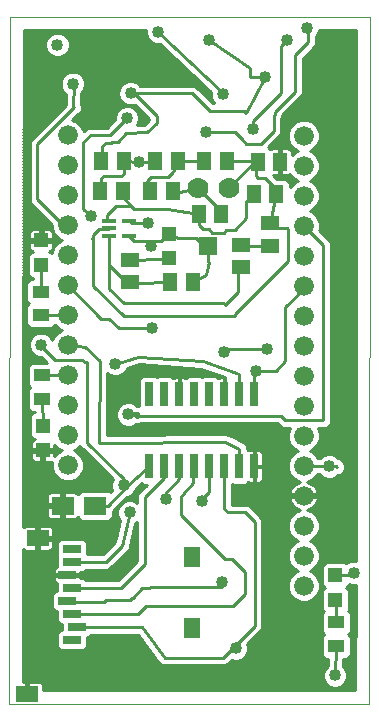
<source format=gtl>
G75*
%MOIN*%
%OFA0B0*%
%FSLAX25Y25*%
%IPPOS*%
%LPD*%
%AMOC8*
5,1,8,0,0,1.08239X$1,22.5*
%
%ADD10C,0.00000*%
%ADD11R,0.04724X0.04724*%
%ADD12R,0.05118X0.05906*%
%ADD13R,0.05906X0.05118*%
%ADD14R,0.07677X0.05906*%
%ADD15R,0.02600X0.08000*%
%ADD16C,0.06600*%
%ADD17C,0.07000*%
%ADD18R,0.05512X0.04331*%
%ADD19R,0.04528X0.01378*%
%ADD20R,0.05906X0.06299*%
%ADD21R,0.07480X0.05512*%
%ADD22R,0.05512X0.07087*%
%ADD23R,0.05906X0.02756*%
%ADD24C,0.00984*%
%ADD25C,0.04000*%
%ADD26C,0.01600*%
D10*
X0019534Y0001886D02*
X0019928Y0230823D01*
X0139849Y0230823D01*
X0139455Y0001886D01*
X0019534Y0001886D01*
D11*
X0030833Y0086335D03*
X0030833Y0094602D03*
X0030203Y0148146D03*
X0030203Y0156413D03*
X0072999Y0158343D03*
X0072999Y0150469D03*
X0128274Y0044720D03*
X0128274Y0036453D03*
D12*
X0080715Y0142634D03*
X0073235Y0142634D03*
X0082723Y0165232D03*
X0090203Y0165232D03*
X0092054Y0182791D03*
X0084573Y0182791D03*
X0075833Y0182949D03*
X0074062Y0172713D03*
X0068353Y0182949D03*
X0066581Y0172713D03*
X0057447Y0172949D03*
X0057723Y0182949D03*
X0050243Y0182949D03*
X0049967Y0172949D03*
X0101109Y0171768D03*
X0102369Y0182594D03*
X0108589Y0171768D03*
X0109849Y0182594D03*
D13*
X0106621Y0162122D03*
X0106621Y0154642D03*
X0096896Y0154957D03*
X0096896Y0147476D03*
X0059770Y0149917D03*
X0059770Y0142437D03*
D14*
X0048255Y0067909D03*
X0037428Y0067909D03*
D15*
X0066325Y0081046D03*
X0071325Y0081046D03*
X0076325Y0081046D03*
X0081325Y0081046D03*
X0086325Y0081046D03*
X0091325Y0081046D03*
X0096325Y0081046D03*
X0101325Y0081046D03*
X0101325Y0105246D03*
X0096325Y0105246D03*
X0091325Y0105246D03*
X0086325Y0105246D03*
X0081325Y0105246D03*
X0076325Y0105246D03*
X0071325Y0105246D03*
X0066325Y0105246D03*
D16*
X0039101Y0101374D03*
X0039101Y0111374D03*
X0039101Y0121374D03*
X0039101Y0131374D03*
X0039101Y0141374D03*
X0039101Y0151374D03*
X0039101Y0161374D03*
X0039101Y0171374D03*
X0039101Y0181374D03*
X0039101Y0191374D03*
X0039101Y0091374D03*
X0039101Y0081374D03*
X0117762Y0081217D03*
X0117762Y0091217D03*
X0117762Y0101217D03*
X0117762Y0111217D03*
X0117762Y0121217D03*
X0117762Y0131217D03*
X0117762Y0141217D03*
X0117762Y0151217D03*
X0117762Y0161217D03*
X0117762Y0171217D03*
X0117762Y0181217D03*
X0117762Y0191217D03*
X0117762Y0071217D03*
X0117762Y0061217D03*
X0117762Y0051217D03*
X0117762Y0041217D03*
D17*
X0092723Y0173972D03*
X0082487Y0173972D03*
D18*
X0030164Y0139287D03*
X0030164Y0131413D03*
X0030558Y0111335D03*
X0030558Y0103461D03*
X0128550Y0029012D03*
X0128550Y0021138D03*
D19*
X0059534Y0157831D03*
X0059534Y0162949D03*
X0052841Y0162949D03*
X0052841Y0160390D03*
X0052841Y0157831D03*
D20*
X0085794Y0154406D03*
D21*
X0029062Y0057043D03*
X0025518Y0005075D03*
D22*
X0080636Y0027122D03*
X0080636Y0050744D03*
D23*
X0042054Y0027516D03*
X0040479Y0031846D03*
X0038904Y0036177D03*
X0040479Y0040508D03*
X0038904Y0044839D03*
X0040479Y0049169D03*
X0040479Y0053500D03*
X0040479Y0023185D03*
D24*
X0042054Y0027516D02*
X0064022Y0027476D01*
X0064810Y0026295D01*
X0071503Y0017240D01*
X0090794Y0017240D01*
X0094731Y0021177D01*
X0095125Y0021177D01*
X0095125Y0020390D01*
X0094731Y0021177D02*
X0101424Y0027870D01*
X0101424Y0062516D01*
X0098274Y0065665D01*
X0092369Y0065665D01*
X0091325Y0066709D01*
X0091325Y0081046D01*
X0093884Y0075264D02*
X0094169Y0074979D01*
X0098482Y0074979D01*
X0099265Y0075762D01*
X0099449Y0075655D01*
X0099829Y0075554D01*
X0101168Y0075554D01*
X0101168Y0080888D01*
X0101483Y0080888D01*
X0101483Y0075554D01*
X0102822Y0075554D01*
X0103201Y0075655D01*
X0103542Y0075852D01*
X0103819Y0076129D01*
X0104016Y0076470D01*
X0104118Y0076849D01*
X0104118Y0080888D01*
X0101483Y0080888D01*
X0101483Y0081204D01*
X0101168Y0081204D01*
X0101168Y0086538D01*
X0099829Y0086538D01*
X0099449Y0086436D01*
X0099265Y0086329D01*
X0098865Y0086729D01*
X0098865Y0086834D01*
X0098894Y0087252D01*
X0098865Y0087340D01*
X0098865Y0087434D01*
X0098705Y0087821D01*
X0098573Y0088217D01*
X0098511Y0088288D01*
X0098475Y0088375D01*
X0098179Y0088670D01*
X0097905Y0088986D01*
X0097822Y0089028D01*
X0097755Y0089095D01*
X0097369Y0089255D01*
X0093086Y0091396D01*
X0093011Y0091470D01*
X0092634Y0091622D01*
X0092270Y0091804D01*
X0092165Y0091811D01*
X0092066Y0091851D01*
X0091660Y0091847D01*
X0091255Y0091876D01*
X0091154Y0091843D01*
X0052052Y0091477D01*
X0052352Y0112136D01*
X0052663Y0111824D01*
X0054158Y0111205D01*
X0055776Y0111205D01*
X0057271Y0111824D01*
X0058415Y0112968D01*
X0058753Y0113783D01*
X0062751Y0115046D01*
X0083571Y0113532D01*
X0091483Y0110724D01*
X0091483Y0105404D01*
X0091168Y0105404D01*
X0091168Y0110738D01*
X0089829Y0110738D01*
X0089449Y0110636D01*
X0089265Y0110529D01*
X0088482Y0111313D01*
X0084169Y0111313D01*
X0083825Y0110969D01*
X0083482Y0111313D01*
X0079169Y0111313D01*
X0078386Y0110529D01*
X0078201Y0110636D01*
X0077822Y0110738D01*
X0076483Y0110738D01*
X0076483Y0105404D01*
X0076168Y0105404D01*
X0076168Y0110738D01*
X0074829Y0110738D01*
X0074449Y0110636D01*
X0074265Y0110529D01*
X0073482Y0111313D01*
X0069169Y0111313D01*
X0068825Y0110969D01*
X0068482Y0111313D01*
X0064169Y0111313D01*
X0062959Y0110102D01*
X0062959Y0101071D01*
X0062624Y0101209D01*
X0062182Y0101209D01*
X0061602Y0101790D01*
X0060107Y0102409D01*
X0058489Y0102409D01*
X0056994Y0101790D01*
X0055850Y0100646D01*
X0055231Y0099151D01*
X0055231Y0097534D01*
X0055850Y0096039D01*
X0056994Y0094895D01*
X0058489Y0094276D01*
X0060107Y0094276D01*
X0061602Y0094895D01*
X0061789Y0095082D01*
X0062624Y0095082D01*
X0063367Y0095390D01*
X0109025Y0095390D01*
X0109491Y0094924D01*
X0110210Y0094205D01*
X0111151Y0093815D01*
X0113030Y0093815D01*
X0112396Y0092284D01*
X0112396Y0090149D01*
X0113213Y0088176D01*
X0114722Y0086667D01*
X0115809Y0086217D01*
X0114722Y0085766D01*
X0113213Y0084257D01*
X0112396Y0082284D01*
X0112396Y0080149D01*
X0113213Y0078176D01*
X0114722Y0076667D01*
X0116615Y0075883D01*
X0115923Y0075658D01*
X0115251Y0075315D01*
X0114641Y0074872D01*
X0114107Y0074338D01*
X0113664Y0073728D01*
X0113321Y0073056D01*
X0113088Y0072339D01*
X0112989Y0071709D01*
X0117270Y0071709D01*
X0117270Y0070724D01*
X0112989Y0070724D01*
X0113088Y0070094D01*
X0113321Y0069377D01*
X0113664Y0068705D01*
X0114107Y0068095D01*
X0114641Y0067561D01*
X0115251Y0067118D01*
X0115923Y0066775D01*
X0116615Y0066551D01*
X0114722Y0065766D01*
X0113213Y0064257D01*
X0112396Y0062284D01*
X0112396Y0060149D01*
X0113213Y0058176D01*
X0114722Y0056667D01*
X0115809Y0056217D01*
X0114722Y0055766D01*
X0113213Y0054257D01*
X0112396Y0052284D01*
X0112396Y0050149D01*
X0113213Y0048176D01*
X0114722Y0046667D01*
X0115809Y0046217D01*
X0114722Y0045766D01*
X0113213Y0044257D01*
X0112396Y0042284D01*
X0112396Y0040149D01*
X0113213Y0038176D01*
X0114722Y0036667D01*
X0116695Y0035850D01*
X0118830Y0035850D01*
X0120803Y0036667D01*
X0122312Y0038176D01*
X0123129Y0040149D01*
X0123129Y0042284D01*
X0122312Y0044257D01*
X0120803Y0045766D01*
X0119716Y0046217D01*
X0120803Y0046667D01*
X0122312Y0048176D01*
X0123129Y0050149D01*
X0123129Y0052284D01*
X0122312Y0054257D01*
X0120803Y0055766D01*
X0119716Y0056217D01*
X0120803Y0056667D01*
X0122312Y0058176D01*
X0123129Y0060149D01*
X0123129Y0062284D01*
X0122312Y0064257D01*
X0120803Y0065766D01*
X0118909Y0066551D01*
X0119602Y0066775D01*
X0120274Y0067118D01*
X0120884Y0067561D01*
X0121418Y0068095D01*
X0121861Y0068705D01*
X0122203Y0069377D01*
X0122437Y0070094D01*
X0122536Y0070724D01*
X0118255Y0070724D01*
X0118255Y0071709D01*
X0122536Y0071709D01*
X0122437Y0072339D01*
X0122203Y0073056D01*
X0121861Y0073728D01*
X0121418Y0074338D01*
X0120884Y0074872D01*
X0120274Y0075315D01*
X0119602Y0075658D01*
X0118910Y0075883D01*
X0120803Y0076667D01*
X0122312Y0078176D01*
X0122512Y0078657D01*
X0122838Y0078657D01*
X0123923Y0077572D01*
X0125418Y0076953D01*
X0127036Y0076953D01*
X0128531Y0077572D01*
X0129223Y0078264D01*
X0129492Y0078264D01*
X0130432Y0078653D01*
X0131152Y0079373D01*
X0131542Y0080314D01*
X0131542Y0081332D01*
X0131152Y0082272D01*
X0130039Y0083386D01*
X0129311Y0083688D01*
X0128531Y0084467D01*
X0127036Y0085087D01*
X0125418Y0085087D01*
X0123923Y0084467D01*
X0123231Y0083776D01*
X0122512Y0083776D01*
X0122312Y0084257D01*
X0120803Y0085766D01*
X0119716Y0086217D01*
X0120803Y0086667D01*
X0122312Y0088176D01*
X0123129Y0090149D01*
X0123129Y0092284D01*
X0122495Y0093815D01*
X0124768Y0093815D01*
X0125708Y0094205D01*
X0126428Y0094924D01*
X0126818Y0095865D01*
X0126818Y0155230D01*
X0126428Y0156170D01*
X0122930Y0159668D01*
X0123129Y0160149D01*
X0123129Y0162284D01*
X0122312Y0164257D01*
X0120803Y0165766D01*
X0119716Y0166217D01*
X0120803Y0166667D01*
X0122312Y0168176D01*
X0123129Y0170149D01*
X0123129Y0172284D01*
X0122312Y0174257D01*
X0120803Y0175766D01*
X0119716Y0176217D01*
X0120803Y0176667D01*
X0122312Y0178176D01*
X0123129Y0180149D01*
X0123129Y0182284D01*
X0122312Y0184257D01*
X0120803Y0185766D01*
X0119716Y0186217D01*
X0120803Y0186667D01*
X0122312Y0188176D01*
X0123129Y0190149D01*
X0123129Y0192284D01*
X0122312Y0194257D01*
X0120803Y0195766D01*
X0118830Y0196583D01*
X0116695Y0196583D01*
X0114722Y0195766D01*
X0113213Y0194257D01*
X0112396Y0192284D01*
X0112396Y0190149D01*
X0113213Y0188176D01*
X0114722Y0186667D01*
X0115809Y0186217D01*
X0114722Y0185766D01*
X0113900Y0184944D01*
X0113900Y0185744D01*
X0113799Y0186123D01*
X0113602Y0186463D01*
X0113324Y0186741D01*
X0112984Y0186938D01*
X0112605Y0187039D01*
X0110341Y0187039D01*
X0110341Y0183087D01*
X0109357Y0183087D01*
X0109357Y0187039D01*
X0107094Y0187039D01*
X0106714Y0186938D01*
X0106553Y0186845D01*
X0105955Y0187443D01*
X0109173Y0190661D01*
X0109893Y0191381D01*
X0110282Y0192322D01*
X0110282Y0196889D01*
X0110286Y0196893D01*
X0110676Y0197833D01*
X0110676Y0198070D01*
X0116979Y0204373D01*
X0117369Y0205314D01*
X0117369Y0216968D01*
X0121310Y0220909D01*
X0121699Y0221849D01*
X0121699Y0224284D01*
X0122194Y0224779D01*
X0122814Y0226274D01*
X0122814Y0226331D01*
X0135349Y0226331D01*
X0135045Y0049654D01*
X0133686Y0049654D01*
X0132191Y0049034D01*
X0131899Y0048743D01*
X0131493Y0049150D01*
X0125056Y0049150D01*
X0123845Y0047939D01*
X0123845Y0041502D01*
X0124761Y0040587D01*
X0123845Y0039671D01*
X0123845Y0033234D01*
X0124387Y0032693D01*
X0123727Y0032033D01*
X0123727Y0025990D01*
X0124643Y0025075D01*
X0123727Y0024159D01*
X0123727Y0018116D01*
X0124938Y0016906D01*
X0125836Y0016906D01*
X0125754Y0014645D01*
X0124748Y0013638D01*
X0124129Y0012144D01*
X0124129Y0010526D01*
X0124748Y0009031D01*
X0125892Y0007887D01*
X0127387Y0007268D01*
X0129004Y0007268D01*
X0130499Y0007887D01*
X0131643Y0009031D01*
X0132262Y0010526D01*
X0132262Y0012144D01*
X0131643Y0013638D01*
X0130868Y0014414D01*
X0130958Y0016906D01*
X0132162Y0016906D01*
X0133373Y0018116D01*
X0133373Y0024159D01*
X0132457Y0025075D01*
X0133373Y0025990D01*
X0133373Y0032033D01*
X0132437Y0032969D01*
X0132703Y0033234D01*
X0132703Y0039671D01*
X0131788Y0040587D01*
X0132703Y0041502D01*
X0132703Y0041927D01*
X0133686Y0041520D01*
X0135031Y0041520D01*
X0134971Y0006378D01*
X0030751Y0006378D01*
X0030751Y0008027D01*
X0030649Y0008407D01*
X0030452Y0008747D01*
X0030175Y0009025D01*
X0029834Y0009221D01*
X0029455Y0009323D01*
X0026010Y0009323D01*
X0026010Y0006378D01*
X0025026Y0006378D01*
X0025026Y0009323D01*
X0024039Y0009323D01*
X0024115Y0053393D01*
X0024127Y0053371D01*
X0024405Y0053093D01*
X0024746Y0052897D01*
X0025125Y0052795D01*
X0028570Y0052795D01*
X0028570Y0056551D01*
X0029554Y0056551D01*
X0029554Y0057535D01*
X0034294Y0057535D01*
X0034294Y0059996D01*
X0034192Y0060375D01*
X0033996Y0060715D01*
X0033718Y0060993D01*
X0033378Y0061190D01*
X0032998Y0061291D01*
X0029554Y0061291D01*
X0029554Y0057535D01*
X0028570Y0057535D01*
X0028570Y0061291D01*
X0025125Y0061291D01*
X0024746Y0061190D01*
X0024405Y0060993D01*
X0024127Y0060715D01*
X0024412Y0226331D01*
X0065073Y0226331D01*
X0065073Y0225093D01*
X0065693Y0223598D01*
X0066837Y0222454D01*
X0068331Y0221835D01*
X0069717Y0221835D01*
X0086727Y0205752D01*
X0086727Y0204226D01*
X0087346Y0202732D01*
X0087995Y0202083D01*
X0087523Y0202083D01*
X0082007Y0207599D01*
X0081067Y0207988D01*
X0063278Y0207988D01*
X0062389Y0208877D01*
X0060894Y0209496D01*
X0059276Y0209496D01*
X0057782Y0208877D01*
X0056637Y0207733D01*
X0056018Y0206238D01*
X0056018Y0204620D01*
X0056637Y0203125D01*
X0057782Y0201981D01*
X0059276Y0201362D01*
X0060894Y0201362D01*
X0061474Y0201602D01*
X0066188Y0196889D01*
X0066188Y0196647D01*
X0064479Y0194938D01*
X0062312Y0194817D01*
X0062352Y0194858D01*
X0062971Y0196352D01*
X0062971Y0197970D01*
X0062352Y0199465D01*
X0061208Y0200609D01*
X0059713Y0201228D01*
X0058095Y0201228D01*
X0056600Y0200609D01*
X0055456Y0199465D01*
X0054837Y0197970D01*
X0054837Y0196714D01*
X0052057Y0193933D01*
X0046190Y0193933D01*
X0045250Y0193543D01*
X0044374Y0192668D01*
X0043651Y0194414D01*
X0042141Y0195924D01*
X0040645Y0196543D01*
X0042637Y0198535D01*
X0043357Y0199255D01*
X0043747Y0200196D01*
X0043747Y0201214D01*
X0043522Y0201757D01*
X0043562Y0205595D01*
X0044242Y0206275D01*
X0044861Y0207770D01*
X0044861Y0209388D01*
X0044242Y0210882D01*
X0043098Y0212027D01*
X0041603Y0212646D01*
X0039985Y0212646D01*
X0038490Y0212027D01*
X0037346Y0210882D01*
X0036727Y0209388D01*
X0036727Y0207770D01*
X0037346Y0206275D01*
X0038439Y0205182D01*
X0038401Y0201537D01*
X0026813Y0189950D01*
X0026424Y0189009D01*
X0026424Y0169487D01*
X0026813Y0168546D01*
X0027533Y0167827D01*
X0033734Y0161626D01*
X0033734Y0160306D01*
X0034551Y0158334D01*
X0036061Y0156824D01*
X0037148Y0156374D01*
X0036061Y0155924D01*
X0034551Y0154414D01*
X0033734Y0152442D01*
X0033734Y0152262D01*
X0033422Y0152575D01*
X0032821Y0152575D01*
X0033142Y0152661D01*
X0033482Y0152857D01*
X0033760Y0153135D01*
X0033956Y0153475D01*
X0034058Y0153855D01*
X0034058Y0155921D01*
X0030696Y0155921D01*
X0030696Y0156905D01*
X0034058Y0156905D01*
X0034058Y0158972D01*
X0033956Y0159352D01*
X0033760Y0159692D01*
X0033482Y0159970D01*
X0033142Y0160166D01*
X0032762Y0160268D01*
X0030695Y0160268D01*
X0030695Y0156906D01*
X0029711Y0156906D01*
X0029711Y0160268D01*
X0027645Y0160268D01*
X0027265Y0160166D01*
X0026925Y0159970D01*
X0026647Y0159692D01*
X0026451Y0159352D01*
X0026349Y0158972D01*
X0026349Y0156905D01*
X0029711Y0156905D01*
X0029711Y0155921D01*
X0026349Y0155921D01*
X0026349Y0153855D01*
X0026451Y0153475D01*
X0026647Y0153135D01*
X0026925Y0152857D01*
X0027265Y0152661D01*
X0027586Y0152575D01*
X0026985Y0152575D01*
X0025774Y0151364D01*
X0025774Y0144927D01*
X0026985Y0143717D01*
X0027625Y0143717D01*
X0027624Y0143520D01*
X0026552Y0143520D01*
X0025341Y0142309D01*
X0025341Y0136266D01*
X0026257Y0135350D01*
X0025341Y0134435D01*
X0025341Y0128392D01*
X0026552Y0127181D01*
X0033776Y0127181D01*
X0034740Y0128145D01*
X0036061Y0126824D01*
X0037148Y0126374D01*
X0036061Y0125924D01*
X0034551Y0124414D01*
X0033970Y0123010D01*
X0033612Y0123875D01*
X0032468Y0125019D01*
X0030973Y0125638D01*
X0029355Y0125638D01*
X0027860Y0125019D01*
X0026716Y0123875D01*
X0026097Y0122380D01*
X0026097Y0120762D01*
X0026716Y0119267D01*
X0027860Y0118123D01*
X0029355Y0117504D01*
X0030218Y0117504D01*
X0032155Y0115567D01*
X0026946Y0115567D01*
X0025735Y0114356D01*
X0025735Y0108313D01*
X0026650Y0107398D01*
X0025735Y0106482D01*
X0025735Y0100439D01*
X0026946Y0099228D01*
X0028129Y0099228D01*
X0028135Y0099031D01*
X0027615Y0099031D01*
X0026404Y0097821D01*
X0026404Y0091384D01*
X0027615Y0090173D01*
X0028216Y0090173D01*
X0027895Y0090087D01*
X0027555Y0089891D01*
X0027277Y0089613D01*
X0027081Y0089273D01*
X0026979Y0088893D01*
X0026979Y0086827D01*
X0030341Y0086827D01*
X0030341Y0085843D01*
X0026979Y0085843D01*
X0026979Y0083776D01*
X0027081Y0083396D01*
X0027277Y0083056D01*
X0027555Y0082778D01*
X0027895Y0082582D01*
X0028275Y0082480D01*
X0030341Y0082480D01*
X0030341Y0085842D01*
X0031325Y0085842D01*
X0031325Y0082480D01*
X0033392Y0082480D01*
X0033771Y0082582D01*
X0033799Y0082598D01*
X0033734Y0082442D01*
X0033734Y0080306D01*
X0034551Y0078334D01*
X0036061Y0076824D01*
X0038033Y0076007D01*
X0040169Y0076007D01*
X0042141Y0076824D01*
X0043651Y0078334D01*
X0044468Y0080306D01*
X0044468Y0082442D01*
X0043651Y0084414D01*
X0042141Y0085924D01*
X0041054Y0086374D01*
X0042141Y0086824D01*
X0043177Y0087860D01*
X0043349Y0087444D01*
X0044069Y0086724D01*
X0054127Y0076666D01*
X0053656Y0075529D01*
X0053656Y0073912D01*
X0053987Y0073113D01*
X0053376Y0072503D01*
X0052949Y0072929D01*
X0043560Y0072929D01*
X0042435Y0071804D01*
X0042183Y0072056D01*
X0041842Y0072253D01*
X0041463Y0072354D01*
X0037920Y0072354D01*
X0037920Y0068402D01*
X0036936Y0068402D01*
X0036936Y0072354D01*
X0033393Y0072354D01*
X0033013Y0072253D01*
X0032673Y0072056D01*
X0032395Y0071778D01*
X0032199Y0071438D01*
X0032097Y0071059D01*
X0032097Y0068402D01*
X0036936Y0068402D01*
X0036936Y0067417D01*
X0037920Y0067417D01*
X0037920Y0063465D01*
X0041463Y0063465D01*
X0041842Y0063566D01*
X0042183Y0063763D01*
X0042435Y0064015D01*
X0043560Y0062890D01*
X0052949Y0062890D01*
X0054160Y0064101D01*
X0054160Y0066049D01*
X0054571Y0066460D01*
X0058930Y0070818D01*
X0060027Y0071273D01*
X0061171Y0072417D01*
X0061522Y0073266D01*
X0063814Y0075334D01*
X0064169Y0074979D01*
X0065386Y0074979D01*
X0062640Y0072233D01*
X0062251Y0071292D01*
X0062251Y0068858D01*
X0061995Y0069113D01*
X0060501Y0069732D01*
X0058883Y0069732D01*
X0057388Y0069113D01*
X0056244Y0067969D01*
X0055625Y0066474D01*
X0055625Y0064856D01*
X0056244Y0063362D01*
X0056521Y0063084D01*
X0054985Y0055917D01*
X0050797Y0051728D01*
X0045499Y0051728D01*
X0045499Y0055734D01*
X0044288Y0056945D01*
X0036670Y0056945D01*
X0035459Y0055734D01*
X0035459Y0047629D01*
X0035375Y0047607D01*
X0035035Y0047411D01*
X0034757Y0047133D01*
X0034561Y0046792D01*
X0034459Y0046413D01*
X0034459Y0045035D01*
X0038707Y0045035D01*
X0038707Y0044642D01*
X0034459Y0044642D01*
X0034459Y0043264D01*
X0034561Y0042885D01*
X0034757Y0042544D01*
X0035035Y0042267D01*
X0035375Y0042070D01*
X0035459Y0042048D01*
X0035459Y0039622D01*
X0035095Y0039622D01*
X0033884Y0038411D01*
X0033884Y0033943D01*
X0035095Y0032732D01*
X0035459Y0032732D01*
X0035459Y0029612D01*
X0036670Y0028402D01*
X0037034Y0028402D01*
X0037034Y0026630D01*
X0036670Y0026630D01*
X0035459Y0025419D01*
X0035459Y0020951D01*
X0036670Y0019740D01*
X0044288Y0019740D01*
X0045499Y0020951D01*
X0045499Y0024071D01*
X0045863Y0024071D01*
X0046740Y0024948D01*
X0062644Y0024920D01*
X0062715Y0024824D01*
X0062963Y0024452D01*
X0063016Y0024416D01*
X0069258Y0015971D01*
X0069333Y0015791D01*
X0069558Y0015566D01*
X0069747Y0015310D01*
X0069915Y0015209D01*
X0070053Y0015071D01*
X0070347Y0014949D01*
X0070620Y0014785D01*
X0070813Y0014756D01*
X0070994Y0014681D01*
X0071312Y0014681D01*
X0071626Y0014634D01*
X0071816Y0014681D01*
X0091303Y0014681D01*
X0092244Y0015071D01*
X0093736Y0016563D01*
X0094316Y0016323D01*
X0095934Y0016323D01*
X0097428Y0016942D01*
X0098572Y0018086D01*
X0099192Y0019581D01*
X0099192Y0021199D01*
X0098951Y0021779D01*
X0102873Y0025701D01*
X0103593Y0026420D01*
X0103983Y0027361D01*
X0103983Y0063025D01*
X0103593Y0063965D01*
X0100444Y0067115D01*
X0099724Y0067835D01*
X0098783Y0068224D01*
X0093884Y0068224D01*
X0093884Y0075264D01*
X0093884Y0074610D02*
X0114379Y0074610D01*
X0113613Y0073628D02*
X0093884Y0073628D01*
X0093884Y0072645D02*
X0113188Y0072645D01*
X0112996Y0070679D02*
X0093884Y0070679D01*
X0093884Y0069696D02*
X0113218Y0069696D01*
X0113659Y0068714D02*
X0093884Y0068714D01*
X0093884Y0071662D02*
X0117270Y0071662D01*
X0118255Y0071662D02*
X0135083Y0071662D01*
X0135082Y0070679D02*
X0122529Y0070679D01*
X0122307Y0069696D02*
X0135080Y0069696D01*
X0135078Y0068714D02*
X0121866Y0068714D01*
X0121054Y0067731D02*
X0135076Y0067731D01*
X0135075Y0066748D02*
X0119518Y0066748D01*
X0120803Y0065765D02*
X0135073Y0065765D01*
X0135071Y0064783D02*
X0121786Y0064783D01*
X0122501Y0063800D02*
X0135070Y0063800D01*
X0135068Y0062817D02*
X0122909Y0062817D01*
X0123129Y0061834D02*
X0135066Y0061834D01*
X0135065Y0060852D02*
X0123129Y0060852D01*
X0123013Y0059869D02*
X0135063Y0059869D01*
X0135061Y0058886D02*
X0122606Y0058886D01*
X0122039Y0057903D02*
X0135060Y0057903D01*
X0135058Y0056921D02*
X0121056Y0056921D01*
X0120389Y0055938D02*
X0135056Y0055938D01*
X0135055Y0054955D02*
X0121614Y0054955D01*
X0122430Y0053972D02*
X0135053Y0053972D01*
X0135051Y0052990D02*
X0122837Y0052990D01*
X0123129Y0052007D02*
X0135049Y0052007D01*
X0135048Y0051024D02*
X0123129Y0051024D01*
X0123085Y0050041D02*
X0135046Y0050041D01*
X0132249Y0049058D02*
X0131584Y0049058D01*
X0134495Y0045587D02*
X0133629Y0044720D01*
X0128274Y0044720D01*
X0124965Y0049058D02*
X0122678Y0049058D01*
X0122212Y0048076D02*
X0123982Y0048076D01*
X0123845Y0047093D02*
X0121229Y0047093D01*
X0119973Y0046110D02*
X0123845Y0046110D01*
X0123845Y0045127D02*
X0121442Y0045127D01*
X0122359Y0044145D02*
X0123845Y0044145D01*
X0123845Y0043162D02*
X0122766Y0043162D01*
X0123129Y0042179D02*
X0123845Y0042179D01*
X0124151Y0041196D02*
X0123129Y0041196D01*
X0123129Y0040214D02*
X0124388Y0040214D01*
X0123845Y0039231D02*
X0122749Y0039231D01*
X0122342Y0038248D02*
X0123845Y0038248D01*
X0123845Y0037265D02*
X0121401Y0037265D01*
X0119875Y0036283D02*
X0123845Y0036283D01*
X0123845Y0035300D02*
X0103983Y0035300D01*
X0103983Y0036283D02*
X0115650Y0036283D01*
X0114124Y0037265D02*
X0103983Y0037265D01*
X0103983Y0038248D02*
X0113183Y0038248D01*
X0112776Y0039231D02*
X0103983Y0039231D01*
X0103983Y0040214D02*
X0112396Y0040214D01*
X0112396Y0041196D02*
X0103983Y0041196D01*
X0103983Y0042179D02*
X0112396Y0042179D01*
X0112759Y0043162D02*
X0103983Y0043162D01*
X0103983Y0044145D02*
X0113166Y0044145D01*
X0114083Y0045127D02*
X0103983Y0045127D01*
X0103983Y0046110D02*
X0115552Y0046110D01*
X0114296Y0047093D02*
X0103983Y0047093D01*
X0103983Y0048076D02*
X0113313Y0048076D01*
X0112847Y0049058D02*
X0103983Y0049058D01*
X0103983Y0050041D02*
X0112440Y0050041D01*
X0112396Y0051024D02*
X0103983Y0051024D01*
X0103983Y0052007D02*
X0112396Y0052007D01*
X0112688Y0052990D02*
X0103983Y0052990D01*
X0103983Y0053972D02*
X0113095Y0053972D01*
X0113911Y0054955D02*
X0103983Y0054955D01*
X0103983Y0055938D02*
X0115136Y0055938D01*
X0114468Y0056921D02*
X0103983Y0056921D01*
X0103983Y0057903D02*
X0113486Y0057903D01*
X0112919Y0058886D02*
X0103983Y0058886D01*
X0103983Y0059869D02*
X0112512Y0059869D01*
X0112396Y0060852D02*
X0103983Y0060852D01*
X0103983Y0061834D02*
X0112396Y0061834D01*
X0112616Y0062817D02*
X0103983Y0062817D01*
X0103662Y0063800D02*
X0113023Y0063800D01*
X0113739Y0064783D02*
X0102776Y0064783D01*
X0101793Y0065765D02*
X0114721Y0065765D01*
X0116007Y0066748D02*
X0100810Y0066748D01*
X0099828Y0067731D02*
X0114471Y0067731D01*
X0115796Y0075593D02*
X0102969Y0075593D01*
X0104044Y0076576D02*
X0114942Y0076576D01*
X0113830Y0077559D02*
X0104118Y0077559D01*
X0104118Y0078541D02*
X0113061Y0078541D01*
X0112654Y0079524D02*
X0104118Y0079524D01*
X0104118Y0080507D02*
X0112396Y0080507D01*
X0112396Y0081490D02*
X0104118Y0081490D01*
X0104118Y0081204D02*
X0104118Y0085242D01*
X0104016Y0085622D01*
X0103819Y0085962D01*
X0103542Y0086240D01*
X0103201Y0086436D01*
X0102822Y0086538D01*
X0101483Y0086538D01*
X0101483Y0081204D01*
X0104118Y0081204D01*
X0104118Y0082472D02*
X0112474Y0082472D01*
X0112881Y0083455D02*
X0104118Y0083455D01*
X0104118Y0084438D02*
X0113394Y0084438D01*
X0114377Y0085421D02*
X0104070Y0085421D01*
X0103258Y0086403D02*
X0115358Y0086403D01*
X0114003Y0087386D02*
X0098865Y0087386D01*
X0099191Y0086403D02*
X0099393Y0086403D01*
X0101168Y0086403D02*
X0101483Y0086403D01*
X0101483Y0085421D02*
X0101168Y0085421D01*
X0101168Y0084438D02*
X0101483Y0084438D01*
X0101483Y0083455D02*
X0101168Y0083455D01*
X0101168Y0082472D02*
X0101483Y0082472D01*
X0101483Y0081490D02*
X0101168Y0081490D01*
X0101168Y0080507D02*
X0101483Y0080507D01*
X0101483Y0079524D02*
X0101168Y0079524D01*
X0101168Y0078541D02*
X0101483Y0078541D01*
X0101483Y0077559D02*
X0101168Y0077559D01*
X0101168Y0076576D02*
X0101483Y0076576D01*
X0101483Y0075593D02*
X0101168Y0075593D01*
X0099681Y0075593D02*
X0099096Y0075593D01*
X0096325Y0081046D02*
X0096306Y0081853D01*
X0096306Y0086925D01*
X0091581Y0089287D01*
X0049455Y0088894D01*
X0049849Y0116059D01*
X0044731Y0120783D01*
X0045203Y0120783D01*
X0039101Y0121374D01*
X0035851Y0125714D02*
X0024239Y0125714D01*
X0024241Y0126697D02*
X0036368Y0126697D01*
X0035206Y0127680D02*
X0034274Y0127680D01*
X0034868Y0124731D02*
X0032755Y0124731D01*
X0033664Y0123748D02*
X0034275Y0123748D01*
X0030164Y0121571D02*
X0030164Y0121177D01*
X0034888Y0116453D01*
X0043944Y0116453D01*
X0044731Y0115665D01*
X0045518Y0115665D01*
X0045518Y0105823D01*
X0045518Y0106610D01*
X0045518Y0105823D02*
X0045518Y0088894D01*
X0057723Y0076689D01*
X0057723Y0074720D01*
X0057723Y0074327D01*
X0058271Y0073779D01*
X0052402Y0067909D01*
X0048255Y0067909D01*
X0053234Y0072645D02*
X0053518Y0072645D01*
X0053774Y0073628D02*
X0024150Y0073628D01*
X0024151Y0074610D02*
X0053656Y0074610D01*
X0053683Y0075593D02*
X0024153Y0075593D01*
X0024155Y0076576D02*
X0036660Y0076576D01*
X0035326Y0077559D02*
X0024156Y0077559D01*
X0024158Y0078541D02*
X0034465Y0078541D01*
X0034058Y0079524D02*
X0024160Y0079524D01*
X0024161Y0080507D02*
X0033734Y0080507D01*
X0033734Y0081490D02*
X0024163Y0081490D01*
X0024165Y0082472D02*
X0033747Y0082472D01*
X0034688Y0084551D02*
X0034688Y0085843D01*
X0031325Y0085843D01*
X0031325Y0086827D01*
X0034688Y0086827D01*
X0034688Y0088197D01*
X0036061Y0086824D01*
X0037148Y0086374D01*
X0036061Y0085924D01*
X0034688Y0084551D01*
X0034688Y0085421D02*
X0035558Y0085421D01*
X0037077Y0086403D02*
X0031325Y0086403D01*
X0031325Y0085421D02*
X0030341Y0085421D01*
X0030341Y0086403D02*
X0024172Y0086403D01*
X0024170Y0085421D02*
X0026979Y0085421D01*
X0026979Y0084438D02*
X0024168Y0084438D01*
X0024166Y0083455D02*
X0027065Y0083455D01*
X0030341Y0083455D02*
X0031325Y0083455D01*
X0031325Y0084438D02*
X0030341Y0084438D01*
X0026979Y0087386D02*
X0024173Y0087386D01*
X0024175Y0088369D02*
X0026979Y0088369D01*
X0027126Y0089352D02*
X0024177Y0089352D01*
X0024178Y0090335D02*
X0027454Y0090335D01*
X0026471Y0091317D02*
X0024180Y0091317D01*
X0024182Y0092300D02*
X0026404Y0092300D01*
X0026404Y0093283D02*
X0024183Y0093283D01*
X0024185Y0094266D02*
X0026404Y0094266D01*
X0026404Y0095248D02*
X0024187Y0095248D01*
X0024188Y0096231D02*
X0026404Y0096231D01*
X0026404Y0097214D02*
X0024190Y0097214D01*
X0024192Y0098197D02*
X0026780Y0098197D01*
X0028131Y0099179D02*
X0024194Y0099179D01*
X0024195Y0100162D02*
X0026012Y0100162D01*
X0025735Y0101145D02*
X0024197Y0101145D01*
X0024199Y0102128D02*
X0025735Y0102128D01*
X0025735Y0103110D02*
X0024200Y0103110D01*
X0024202Y0104093D02*
X0025735Y0104093D01*
X0025735Y0105076D02*
X0024204Y0105076D01*
X0024205Y0106059D02*
X0025735Y0106059D01*
X0026294Y0107041D02*
X0024207Y0107041D01*
X0024209Y0108024D02*
X0026024Y0108024D01*
X0025735Y0109007D02*
X0024210Y0109007D01*
X0024212Y0109990D02*
X0025735Y0109990D01*
X0025735Y0110973D02*
X0024214Y0110973D01*
X0024215Y0111955D02*
X0025735Y0111955D01*
X0025735Y0112938D02*
X0024217Y0112938D01*
X0024219Y0113921D02*
X0025735Y0113921D01*
X0026282Y0114904D02*
X0024221Y0114904D01*
X0024222Y0115886D02*
X0031836Y0115886D01*
X0030853Y0116869D02*
X0024224Y0116869D01*
X0024226Y0117852D02*
X0028515Y0117852D01*
X0027149Y0118835D02*
X0024227Y0118835D01*
X0024229Y0119817D02*
X0026488Y0119817D01*
X0026097Y0120800D02*
X0024231Y0120800D01*
X0024232Y0121783D02*
X0026097Y0121783D01*
X0026257Y0122766D02*
X0024234Y0122766D01*
X0024236Y0123748D02*
X0026664Y0123748D01*
X0027573Y0124731D02*
X0024237Y0124731D01*
X0024243Y0127680D02*
X0026054Y0127680D01*
X0025341Y0128662D02*
X0024244Y0128662D01*
X0024246Y0129645D02*
X0025341Y0129645D01*
X0025341Y0130628D02*
X0024248Y0130628D01*
X0024249Y0131611D02*
X0025341Y0131611D01*
X0025341Y0132593D02*
X0024251Y0132593D01*
X0024253Y0133576D02*
X0025341Y0133576D01*
X0025465Y0134559D02*
X0024254Y0134559D01*
X0024256Y0135542D02*
X0026065Y0135542D01*
X0025341Y0136524D02*
X0024258Y0136524D01*
X0024259Y0137507D02*
X0025341Y0137507D01*
X0025341Y0138490D02*
X0024261Y0138490D01*
X0024263Y0139473D02*
X0025341Y0139473D01*
X0025341Y0140455D02*
X0024264Y0140455D01*
X0024266Y0141438D02*
X0025341Y0141438D01*
X0025453Y0142421D02*
X0024268Y0142421D01*
X0024270Y0143404D02*
X0026436Y0143404D01*
X0026315Y0144387D02*
X0024271Y0144387D01*
X0024273Y0145369D02*
X0025774Y0145369D01*
X0025774Y0146352D02*
X0024275Y0146352D01*
X0024276Y0147335D02*
X0025774Y0147335D01*
X0025774Y0148318D02*
X0024278Y0148318D01*
X0024280Y0149300D02*
X0025774Y0149300D01*
X0025774Y0150283D02*
X0024281Y0150283D01*
X0024283Y0151266D02*
X0025774Y0151266D01*
X0026659Y0152249D02*
X0024285Y0152249D01*
X0024286Y0153231D02*
X0026592Y0153231D01*
X0026349Y0154214D02*
X0024288Y0154214D01*
X0024290Y0155197D02*
X0026349Y0155197D01*
X0026349Y0157162D02*
X0024293Y0157162D01*
X0024292Y0156180D02*
X0029711Y0156180D01*
X0029711Y0157162D02*
X0030695Y0157162D01*
X0030696Y0156180D02*
X0036678Y0156180D01*
X0035723Y0157162D02*
X0034058Y0157162D01*
X0034058Y0158145D02*
X0034740Y0158145D01*
X0034222Y0159128D02*
X0034016Y0159128D01*
X0033815Y0160111D02*
X0033237Y0160111D01*
X0033734Y0161093D02*
X0024300Y0161093D01*
X0024298Y0160111D02*
X0027169Y0160111D01*
X0026391Y0159128D02*
X0024297Y0159128D01*
X0024295Y0158145D02*
X0026349Y0158145D01*
X0024302Y0162076D02*
X0033284Y0162076D01*
X0032301Y0163059D02*
X0024303Y0163059D01*
X0024305Y0164042D02*
X0031318Y0164042D01*
X0030335Y0165025D02*
X0024307Y0165025D01*
X0024308Y0166007D02*
X0029353Y0166007D01*
X0028370Y0166990D02*
X0024310Y0166990D01*
X0024312Y0167973D02*
X0027387Y0167973D01*
X0026644Y0168956D02*
X0024314Y0168956D01*
X0024315Y0169938D02*
X0026424Y0169938D01*
X0026424Y0170921D02*
X0024317Y0170921D01*
X0024319Y0171904D02*
X0026424Y0171904D01*
X0026424Y0172887D02*
X0024320Y0172887D01*
X0024322Y0173869D02*
X0026424Y0173869D01*
X0026424Y0174852D02*
X0024324Y0174852D01*
X0024325Y0175835D02*
X0026424Y0175835D01*
X0026424Y0176818D02*
X0024327Y0176818D01*
X0024329Y0177800D02*
X0026424Y0177800D01*
X0026424Y0178783D02*
X0024330Y0178783D01*
X0024332Y0179766D02*
X0026424Y0179766D01*
X0026424Y0180749D02*
X0024334Y0180749D01*
X0024335Y0181732D02*
X0026424Y0181732D01*
X0026424Y0182714D02*
X0024337Y0182714D01*
X0024339Y0183697D02*
X0026424Y0183697D01*
X0026424Y0184680D02*
X0024341Y0184680D01*
X0024342Y0185663D02*
X0026424Y0185663D01*
X0026424Y0186645D02*
X0024344Y0186645D01*
X0024346Y0187628D02*
X0026424Y0187628D01*
X0026424Y0188611D02*
X0024347Y0188611D01*
X0024349Y0189594D02*
X0026666Y0189594D01*
X0027440Y0190576D02*
X0024351Y0190576D01*
X0024352Y0191559D02*
X0028423Y0191559D01*
X0029406Y0192542D02*
X0024354Y0192542D01*
X0024356Y0193525D02*
X0030389Y0193525D01*
X0031371Y0194507D02*
X0024357Y0194507D01*
X0024359Y0195490D02*
X0032354Y0195490D01*
X0033337Y0196473D02*
X0024361Y0196473D01*
X0024363Y0197456D02*
X0034320Y0197456D01*
X0035302Y0198438D02*
X0024364Y0198438D01*
X0024366Y0199421D02*
X0036285Y0199421D01*
X0037268Y0200404D02*
X0024368Y0200404D01*
X0024369Y0201387D02*
X0038251Y0201387D01*
X0038410Y0202370D02*
X0024371Y0202370D01*
X0024373Y0203352D02*
X0038420Y0203352D01*
X0038430Y0204335D02*
X0024374Y0204335D01*
X0024376Y0205318D02*
X0038303Y0205318D01*
X0037336Y0206301D02*
X0024378Y0206301D01*
X0024379Y0207283D02*
X0036928Y0207283D01*
X0036727Y0208266D02*
X0024381Y0208266D01*
X0024383Y0209249D02*
X0036727Y0209249D01*
X0037077Y0210232D02*
X0024384Y0210232D01*
X0024386Y0211214D02*
X0037678Y0211214D01*
X0038902Y0212197D02*
X0024388Y0212197D01*
X0024390Y0213180D02*
X0078871Y0213180D01*
X0077832Y0214163D02*
X0024391Y0214163D01*
X0024393Y0215145D02*
X0076792Y0215145D01*
X0075753Y0216128D02*
X0024395Y0216128D01*
X0024396Y0217111D02*
X0074713Y0217111D01*
X0073674Y0218094D02*
X0037909Y0218094D01*
X0037980Y0218123D02*
X0039124Y0219267D01*
X0039743Y0220762D01*
X0039743Y0222380D01*
X0039124Y0223875D01*
X0037980Y0225019D01*
X0036485Y0225638D01*
X0034867Y0225638D01*
X0033372Y0225019D01*
X0032228Y0223875D01*
X0031609Y0222380D01*
X0031609Y0220762D01*
X0032228Y0219267D01*
X0033372Y0218123D01*
X0034867Y0217504D01*
X0036485Y0217504D01*
X0037980Y0218123D01*
X0038933Y0219077D02*
X0072634Y0219077D01*
X0071595Y0220059D02*
X0039452Y0220059D01*
X0039743Y0221042D02*
X0070555Y0221042D01*
X0067872Y0222025D02*
X0039743Y0222025D01*
X0039483Y0223008D02*
X0066283Y0223008D01*
X0065530Y0223990D02*
X0039008Y0223990D01*
X0038025Y0224973D02*
X0065123Y0224973D01*
X0065073Y0225956D02*
X0024412Y0225956D01*
X0024410Y0224973D02*
X0033327Y0224973D01*
X0032344Y0223990D02*
X0024408Y0223990D01*
X0024406Y0223008D02*
X0031869Y0223008D01*
X0031609Y0222025D02*
X0024405Y0222025D01*
X0024403Y0221042D02*
X0031609Y0221042D01*
X0031900Y0220059D02*
X0024401Y0220059D01*
X0024400Y0219077D02*
X0032419Y0219077D01*
X0033443Y0218094D02*
X0024398Y0218094D01*
X0041030Y0208264D02*
X0040951Y0200705D01*
X0041188Y0200705D01*
X0028983Y0188500D01*
X0028983Y0169996D01*
X0037605Y0161374D01*
X0039101Y0161374D01*
X0035334Y0155197D02*
X0034058Y0155197D01*
X0034058Y0154214D02*
X0034468Y0154214D01*
X0034061Y0153231D02*
X0033815Y0153231D01*
X0030695Y0158145D02*
X0029711Y0158145D01*
X0029711Y0159128D02*
X0030695Y0159128D01*
X0030695Y0160111D02*
X0029711Y0160111D01*
X0030203Y0148146D02*
X0030164Y0139287D01*
X0030164Y0131413D02*
X0039101Y0131374D01*
X0039101Y0141374D02*
X0050243Y0130232D01*
X0052999Y0130232D01*
X0056148Y0127083D01*
X0067172Y0127083D01*
X0062447Y0117634D02*
X0084101Y0116059D01*
X0096306Y0111728D01*
X0096306Y0106053D01*
X0096325Y0105246D01*
X0101325Y0105246D02*
X0101325Y0112417D01*
X0101818Y0112909D01*
X0108510Y0112909D01*
X0111660Y0116059D01*
X0111660Y0134169D01*
X0117762Y0140272D01*
X0117762Y0141217D01*
X0117408Y0140862D01*
X0112447Y0149524D02*
X0112447Y0160154D01*
X0112054Y0160547D01*
X0108196Y0160547D01*
X0106621Y0162122D01*
X0108589Y0171768D01*
X0108589Y0173461D01*
X0104967Y0177083D01*
X0102605Y0177083D01*
X0101818Y0177870D01*
X0101818Y0182043D01*
X0102369Y0182594D01*
X0101424Y0182594D01*
X0093156Y0174327D01*
X0093156Y0172043D01*
X0092723Y0173972D01*
X0092054Y0182791D02*
X0102172Y0182791D01*
X0102369Y0182594D01*
X0102133Y0182594D01*
X0103392Y0188500D02*
X0098668Y0188500D01*
X0097112Y0190316D01*
X0094990Y0192437D01*
X0085282Y0192437D01*
X0086463Y0199524D02*
X0080558Y0205429D01*
X0060085Y0205429D01*
X0061266Y0205429D01*
X0068747Y0197949D01*
X0068747Y0195587D01*
X0065597Y0192437D01*
X0058510Y0192043D01*
X0055755Y0189287D01*
X0053786Y0189287D01*
X0053392Y0188894D01*
X0051818Y0188894D01*
X0050636Y0187713D01*
X0050636Y0183343D01*
X0050243Y0182949D01*
X0051030Y0177870D02*
X0050243Y0177083D01*
X0050243Y0173224D01*
X0049967Y0172949D01*
X0051030Y0177870D02*
X0056936Y0177870D01*
X0057723Y0178657D01*
X0057723Y0182949D01*
X0062841Y0182555D01*
X0068353Y0182949D01*
X0066778Y0177476D02*
X0065597Y0176295D01*
X0065597Y0173697D01*
X0066581Y0172713D01*
X0066778Y0177476D02*
X0072684Y0177476D01*
X0074259Y0179051D01*
X0075833Y0182949D01*
X0084416Y0182949D01*
X0084573Y0182791D01*
X0082487Y0173972D02*
X0090203Y0166256D01*
X0090203Y0165232D01*
X0091975Y0159760D02*
X0094731Y0159760D01*
X0098668Y0163697D01*
X0098668Y0169327D01*
X0101109Y0171768D01*
X0101424Y0171768D01*
X0107519Y0178150D02*
X0109357Y0178150D01*
X0109357Y0182102D01*
X0110341Y0182102D01*
X0110341Y0178150D01*
X0112605Y0178150D01*
X0112984Y0178251D01*
X0113143Y0178343D01*
X0113213Y0178176D01*
X0114722Y0176667D01*
X0115809Y0176217D01*
X0114722Y0175766D01*
X0113215Y0174259D01*
X0113215Y0175577D01*
X0112004Y0176787D01*
X0108881Y0176787D01*
X0107519Y0178150D01*
X0107868Y0177800D02*
X0113589Y0177800D01*
X0114571Y0176818D02*
X0108851Y0176818D01*
X0109357Y0178783D02*
X0110341Y0178783D01*
X0110341Y0179766D02*
X0109357Y0179766D01*
X0109357Y0180749D02*
X0110341Y0180749D01*
X0110341Y0181732D02*
X0109357Y0181732D01*
X0109357Y0183697D02*
X0110341Y0183697D01*
X0110341Y0184680D02*
X0109357Y0184680D01*
X0109357Y0185663D02*
X0110341Y0185663D01*
X0110341Y0186645D02*
X0109357Y0186645D01*
X0108105Y0189594D02*
X0112626Y0189594D01*
X0112396Y0190576D02*
X0109088Y0190576D01*
X0109966Y0191559D02*
X0112396Y0191559D01*
X0112502Y0192542D02*
X0110282Y0192542D01*
X0110282Y0193525D02*
X0112909Y0193525D01*
X0113463Y0194507D02*
X0110282Y0194507D01*
X0110282Y0195490D02*
X0114446Y0195490D01*
X0112027Y0199421D02*
X0135303Y0199421D01*
X0135301Y0198438D02*
X0111044Y0198438D01*
X0110519Y0197456D02*
X0135300Y0197456D01*
X0135298Y0196473D02*
X0119097Y0196473D01*
X0121079Y0195490D02*
X0135296Y0195490D01*
X0135294Y0194507D02*
X0122062Y0194507D01*
X0122615Y0193525D02*
X0135293Y0193525D01*
X0135291Y0192542D02*
X0123023Y0192542D01*
X0123129Y0191559D02*
X0135289Y0191559D01*
X0135288Y0190576D02*
X0123129Y0190576D01*
X0122899Y0189594D02*
X0135286Y0189594D01*
X0135284Y0188611D02*
X0122492Y0188611D01*
X0121764Y0187628D02*
X0135283Y0187628D01*
X0135281Y0186645D02*
X0120751Y0186645D01*
X0120906Y0185663D02*
X0135279Y0185663D01*
X0135278Y0184680D02*
X0121889Y0184680D01*
X0122544Y0183697D02*
X0135276Y0183697D01*
X0135274Y0182714D02*
X0122951Y0182714D01*
X0123129Y0181732D02*
X0135273Y0181732D01*
X0135271Y0180749D02*
X0123129Y0180749D01*
X0122971Y0179766D02*
X0135269Y0179766D01*
X0135267Y0178783D02*
X0122564Y0178783D01*
X0121936Y0177800D02*
X0135266Y0177800D01*
X0135264Y0176818D02*
X0120954Y0176818D01*
X0120637Y0175835D02*
X0135262Y0175835D01*
X0135261Y0174852D02*
X0121717Y0174852D01*
X0122473Y0173869D02*
X0135259Y0173869D01*
X0135257Y0172887D02*
X0122880Y0172887D01*
X0123129Y0171904D02*
X0135256Y0171904D01*
X0135254Y0170921D02*
X0123129Y0170921D01*
X0123042Y0169938D02*
X0135252Y0169938D01*
X0135251Y0168956D02*
X0122635Y0168956D01*
X0122109Y0167973D02*
X0135249Y0167973D01*
X0135247Y0166990D02*
X0121126Y0166990D01*
X0120221Y0166007D02*
X0135245Y0166007D01*
X0135244Y0165025D02*
X0121544Y0165025D01*
X0122401Y0164042D02*
X0135242Y0164042D01*
X0135240Y0163059D02*
X0122808Y0163059D01*
X0123129Y0162076D02*
X0135239Y0162076D01*
X0135237Y0161093D02*
X0123129Y0161093D01*
X0123113Y0160111D02*
X0135235Y0160111D01*
X0135234Y0159128D02*
X0123470Y0159128D01*
X0124453Y0158145D02*
X0135232Y0158145D01*
X0135230Y0157162D02*
X0125436Y0157162D01*
X0126418Y0156180D02*
X0135229Y0156180D01*
X0135227Y0155197D02*
X0126818Y0155197D01*
X0126818Y0154214D02*
X0135225Y0154214D01*
X0135223Y0153231D02*
X0126818Y0153231D01*
X0126818Y0152249D02*
X0135222Y0152249D01*
X0135220Y0151266D02*
X0126818Y0151266D01*
X0126818Y0150283D02*
X0135218Y0150283D01*
X0135217Y0149300D02*
X0126818Y0149300D01*
X0126818Y0148318D02*
X0135215Y0148318D01*
X0135213Y0147335D02*
X0126818Y0147335D01*
X0126818Y0146352D02*
X0135212Y0146352D01*
X0135210Y0145369D02*
X0126818Y0145369D01*
X0126818Y0144387D02*
X0135208Y0144387D01*
X0135207Y0143404D02*
X0126818Y0143404D01*
X0126818Y0142421D02*
X0135205Y0142421D01*
X0135203Y0141438D02*
X0126818Y0141438D01*
X0126818Y0140455D02*
X0135202Y0140455D01*
X0135200Y0139473D02*
X0126818Y0139473D01*
X0126818Y0138490D02*
X0135198Y0138490D01*
X0135196Y0137507D02*
X0126818Y0137507D01*
X0126818Y0136524D02*
X0135195Y0136524D01*
X0135193Y0135542D02*
X0126818Y0135542D01*
X0126818Y0134559D02*
X0135191Y0134559D01*
X0135190Y0133576D02*
X0126818Y0133576D01*
X0126818Y0132593D02*
X0135188Y0132593D01*
X0135186Y0131611D02*
X0126818Y0131611D01*
X0126818Y0130628D02*
X0135185Y0130628D01*
X0135183Y0129645D02*
X0126818Y0129645D01*
X0126818Y0128662D02*
X0135181Y0128662D01*
X0135180Y0127680D02*
X0126818Y0127680D01*
X0126818Y0126697D02*
X0135178Y0126697D01*
X0135176Y0125714D02*
X0126818Y0125714D01*
X0126818Y0124731D02*
X0135174Y0124731D01*
X0135173Y0123748D02*
X0126818Y0123748D01*
X0126818Y0122766D02*
X0135171Y0122766D01*
X0135169Y0121783D02*
X0126818Y0121783D01*
X0126818Y0120800D02*
X0135168Y0120800D01*
X0135166Y0119817D02*
X0126818Y0119817D01*
X0126818Y0118835D02*
X0135164Y0118835D01*
X0135163Y0117852D02*
X0126818Y0117852D01*
X0126818Y0116869D02*
X0135161Y0116869D01*
X0135159Y0115886D02*
X0126818Y0115886D01*
X0126818Y0114904D02*
X0135158Y0114904D01*
X0135156Y0113921D02*
X0126818Y0113921D01*
X0126818Y0112938D02*
X0135154Y0112938D01*
X0135153Y0111955D02*
X0126818Y0111955D01*
X0126818Y0110973D02*
X0135151Y0110973D01*
X0135149Y0109990D02*
X0126818Y0109990D01*
X0126818Y0109007D02*
X0135147Y0109007D01*
X0135146Y0108024D02*
X0126818Y0108024D01*
X0126818Y0107041D02*
X0135144Y0107041D01*
X0135142Y0106059D02*
X0126818Y0106059D01*
X0126818Y0105076D02*
X0135141Y0105076D01*
X0135139Y0104093D02*
X0126818Y0104093D01*
X0126818Y0103110D02*
X0135137Y0103110D01*
X0135136Y0102128D02*
X0126818Y0102128D01*
X0126818Y0101145D02*
X0135134Y0101145D01*
X0135132Y0100162D02*
X0126818Y0100162D01*
X0126818Y0099179D02*
X0135131Y0099179D01*
X0135129Y0098197D02*
X0126818Y0098197D01*
X0126818Y0097214D02*
X0135127Y0097214D01*
X0135125Y0096231D02*
X0126818Y0096231D01*
X0126562Y0095248D02*
X0135124Y0095248D01*
X0135122Y0094266D02*
X0125769Y0094266D01*
X0124259Y0096374D02*
X0124259Y0154720D01*
X0117762Y0161217D01*
X0112447Y0149524D02*
X0094731Y0131807D01*
X0094731Y0131020D01*
X0057723Y0131020D01*
X0047487Y0141256D01*
X0047487Y0157398D01*
X0047093Y0157004D01*
X0047487Y0156610D01*
X0047487Y0157398D02*
X0047487Y0158185D01*
X0049455Y0160154D01*
X0052605Y0160154D01*
X0052841Y0160390D01*
X0052841Y0162949D02*
X0052211Y0163579D01*
X0052211Y0164878D01*
X0055164Y0167831D01*
X0060282Y0167831D01*
X0057447Y0170665D01*
X0057447Y0172949D01*
X0060282Y0167831D02*
X0061266Y0166846D01*
X0072054Y0166846D01*
X0082723Y0165232D01*
X0082723Y0161531D01*
X0084101Y0160154D01*
X0086070Y0160154D01*
X0087251Y0158972D01*
X0091188Y0158972D01*
X0091975Y0159760D01*
X0096896Y0154957D02*
X0097211Y0154642D01*
X0106621Y0154642D01*
X0096896Y0147476D02*
X0095912Y0146492D01*
X0095912Y0139287D01*
X0091581Y0134957D01*
X0091188Y0135350D01*
X0057723Y0135350D01*
X0052841Y0140232D01*
X0052841Y0148106D01*
X0058904Y0142043D01*
X0061739Y0142043D01*
X0059770Y0142437D01*
X0062329Y0142240D01*
X0073235Y0142634D01*
X0072999Y0150469D02*
X0062369Y0149681D01*
X0059770Y0149917D01*
X0061148Y0156217D02*
X0067566Y0156217D01*
X0067566Y0155429D01*
X0066778Y0154642D01*
X0067566Y0156217D02*
X0070321Y0156217D01*
X0071660Y0157555D01*
X0072999Y0158343D01*
X0075912Y0157004D01*
X0081739Y0157004D01*
X0085125Y0153618D01*
X0085794Y0154406D01*
X0085794Y0149130D01*
X0086070Y0149130D01*
X0085046Y0144957D01*
X0080715Y0142634D01*
X0090400Y0119996D02*
X0091188Y0119209D01*
X0090400Y0119996D02*
X0105361Y0119996D01*
X0101424Y0106033D02*
X0101325Y0105246D01*
X0110085Y0097949D02*
X0111660Y0096374D01*
X0124259Y0096374D01*
X0122716Y0093283D02*
X0135120Y0093283D01*
X0135119Y0092300D02*
X0123123Y0092300D01*
X0123129Y0091317D02*
X0135117Y0091317D01*
X0135115Y0090335D02*
X0123129Y0090335D01*
X0122799Y0089352D02*
X0135114Y0089352D01*
X0135112Y0088369D02*
X0122392Y0088369D01*
X0121522Y0087386D02*
X0135110Y0087386D01*
X0135109Y0086403D02*
X0120167Y0086403D01*
X0121148Y0085421D02*
X0135107Y0085421D01*
X0135105Y0084438D02*
X0128560Y0084438D01*
X0129872Y0083455D02*
X0135104Y0083455D01*
X0135102Y0082472D02*
X0130952Y0082472D01*
X0131477Y0081490D02*
X0135100Y0081490D01*
X0135098Y0080507D02*
X0131542Y0080507D01*
X0131215Y0079524D02*
X0135097Y0079524D01*
X0135095Y0078541D02*
X0130162Y0078541D01*
X0128499Y0077559D02*
X0135093Y0077559D01*
X0135092Y0076576D02*
X0120583Y0076576D01*
X0119729Y0075593D02*
X0135090Y0075593D01*
X0135088Y0074610D02*
X0121146Y0074610D01*
X0121912Y0073628D02*
X0135087Y0073628D01*
X0135085Y0072645D02*
X0122337Y0072645D01*
X0121694Y0077559D02*
X0123955Y0077559D01*
X0122954Y0078541D02*
X0122463Y0078541D01*
X0122131Y0084438D02*
X0123894Y0084438D01*
X0128589Y0081217D02*
X0128983Y0080823D01*
X0128589Y0081217D02*
X0117762Y0081217D01*
X0113133Y0088369D02*
X0098478Y0088369D01*
X0097175Y0089352D02*
X0112726Y0089352D01*
X0112396Y0090335D02*
X0095209Y0090335D01*
X0093244Y0091317D02*
X0112396Y0091317D01*
X0112402Y0092300D02*
X0052064Y0092300D01*
X0052078Y0093283D02*
X0112809Y0093283D01*
X0110149Y0094266D02*
X0052093Y0094266D01*
X0052107Y0095248D02*
X0056641Y0095248D01*
X0055770Y0096231D02*
X0052121Y0096231D01*
X0052135Y0097214D02*
X0055363Y0097214D01*
X0055231Y0098197D02*
X0052149Y0098197D01*
X0052164Y0099179D02*
X0055243Y0099179D01*
X0055650Y0100162D02*
X0052178Y0100162D01*
X0052192Y0101145D02*
X0056349Y0101145D01*
X0057809Y0102128D02*
X0052206Y0102128D01*
X0052221Y0103110D02*
X0062959Y0103110D01*
X0062959Y0102128D02*
X0060787Y0102128D01*
X0062780Y0101145D02*
X0062959Y0101145D01*
X0062959Y0104093D02*
X0052235Y0104093D01*
X0052249Y0105076D02*
X0062959Y0105076D01*
X0062959Y0106059D02*
X0052263Y0106059D01*
X0052278Y0107041D02*
X0062959Y0107041D01*
X0062959Y0108024D02*
X0052292Y0108024D01*
X0052306Y0109007D02*
X0062959Y0109007D01*
X0062959Y0109990D02*
X0052320Y0109990D01*
X0052335Y0110973D02*
X0063829Y0110973D01*
X0064708Y0114904D02*
X0062300Y0114904D01*
X0062447Y0117634D02*
X0054967Y0115272D01*
X0052532Y0111955D02*
X0052349Y0111955D01*
X0057402Y0111955D02*
X0088014Y0111955D01*
X0088822Y0110973D02*
X0090783Y0110973D01*
X0091168Y0109990D02*
X0091483Y0109990D01*
X0091483Y0109007D02*
X0091168Y0109007D01*
X0091168Y0108024D02*
X0091483Y0108024D01*
X0091483Y0107041D02*
X0091168Y0107041D01*
X0091168Y0106059D02*
X0091483Y0106059D01*
X0085244Y0112938D02*
X0058385Y0112938D01*
X0059188Y0113921D02*
X0078222Y0113921D01*
X0078829Y0110973D02*
X0073822Y0110973D01*
X0076168Y0109990D02*
X0076483Y0109990D01*
X0076483Y0109007D02*
X0076168Y0109007D01*
X0076168Y0108024D02*
X0076483Y0108024D01*
X0076483Y0107041D02*
X0076168Y0107041D01*
X0076168Y0106059D02*
X0076483Y0106059D01*
X0083822Y0110973D02*
X0083829Y0110973D01*
X0068829Y0110973D02*
X0068822Y0110973D01*
X0062054Y0097949D02*
X0110085Y0097949D01*
X0109167Y0095248D02*
X0063026Y0095248D01*
X0066325Y0081046D02*
X0058271Y0073779D01*
X0060416Y0071662D02*
X0062404Y0071662D01*
X0062251Y0070679D02*
X0058791Y0070679D01*
X0058796Y0069696D02*
X0057808Y0069696D01*
X0056988Y0068714D02*
X0056825Y0068714D01*
X0056145Y0067731D02*
X0055842Y0067731D01*
X0055738Y0066748D02*
X0054860Y0066748D01*
X0054160Y0065765D02*
X0055625Y0065765D01*
X0055655Y0064783D02*
X0054160Y0064783D01*
X0053859Y0063800D02*
X0056062Y0063800D01*
X0056464Y0062817D02*
X0024131Y0062817D01*
X0024129Y0061834D02*
X0056254Y0061834D01*
X0056043Y0060852D02*
X0033860Y0060852D01*
X0034294Y0059869D02*
X0055832Y0059869D01*
X0055622Y0058886D02*
X0034294Y0058886D01*
X0034294Y0057903D02*
X0055411Y0057903D01*
X0055201Y0056921D02*
X0044312Y0056921D01*
X0045295Y0055938D02*
X0054990Y0055938D01*
X0054024Y0054955D02*
X0045499Y0054955D01*
X0045499Y0053972D02*
X0053041Y0053972D01*
X0052058Y0052990D02*
X0045499Y0052990D01*
X0045499Y0052007D02*
X0051075Y0052007D01*
X0051857Y0049169D02*
X0057329Y0054642D01*
X0059692Y0065665D01*
X0061528Y0062024D02*
X0061995Y0062218D01*
X0062251Y0062473D01*
X0062251Y0049403D01*
X0055915Y0043067D01*
X0045174Y0043067D01*
X0044288Y0043953D01*
X0043349Y0043953D01*
X0043349Y0044642D01*
X0039101Y0044642D01*
X0039101Y0045035D01*
X0043349Y0045035D01*
X0043349Y0045724D01*
X0044288Y0045724D01*
X0045174Y0046610D01*
X0052366Y0046610D01*
X0053307Y0047000D01*
X0058947Y0052640D01*
X0059147Y0052770D01*
X0059304Y0052997D01*
X0059499Y0053192D01*
X0059590Y0053412D01*
X0059725Y0053608D01*
X0059783Y0053878D01*
X0059888Y0054133D01*
X0059888Y0054371D01*
X0061528Y0062024D01*
X0061488Y0061834D02*
X0062251Y0061834D01*
X0062251Y0060852D02*
X0061277Y0060852D01*
X0061067Y0059869D02*
X0062251Y0059869D01*
X0062251Y0058886D02*
X0060856Y0058886D01*
X0060645Y0057903D02*
X0062251Y0057903D01*
X0062251Y0056921D02*
X0060435Y0056921D01*
X0060224Y0055938D02*
X0062251Y0055938D01*
X0062251Y0054955D02*
X0060014Y0054955D01*
X0059822Y0053972D02*
X0062251Y0053972D01*
X0062251Y0052990D02*
X0059299Y0052990D01*
X0058313Y0052007D02*
X0062251Y0052007D01*
X0062251Y0051024D02*
X0057331Y0051024D01*
X0056348Y0050041D02*
X0062251Y0050041D01*
X0061907Y0049058D02*
X0055365Y0049058D01*
X0054382Y0048076D02*
X0060924Y0048076D01*
X0059941Y0047093D02*
X0053400Y0047093D01*
X0051857Y0049169D02*
X0040479Y0049169D01*
X0038904Y0044839D02*
X0031384Y0044839D01*
X0031345Y0044799D01*
X0031345Y0051492D01*
X0034888Y0054642D01*
X0035676Y0055429D01*
X0035676Y0057004D01*
X0037644Y0058972D01*
X0037644Y0059366D01*
X0037428Y0059583D01*
X0037428Y0067909D01*
X0036936Y0067731D02*
X0024139Y0067731D01*
X0024141Y0068714D02*
X0032097Y0068714D01*
X0032097Y0069696D02*
X0024143Y0069696D01*
X0024145Y0070679D02*
X0032097Y0070679D01*
X0032328Y0071662D02*
X0024146Y0071662D01*
X0024148Y0072645D02*
X0043276Y0072645D01*
X0041542Y0076576D02*
X0054090Y0076576D01*
X0053234Y0077559D02*
X0042876Y0077559D01*
X0043737Y0078541D02*
X0052252Y0078541D01*
X0051269Y0079524D02*
X0044144Y0079524D01*
X0044468Y0080507D02*
X0050286Y0080507D01*
X0049303Y0081490D02*
X0044468Y0081490D01*
X0044455Y0082472D02*
X0048321Y0082472D01*
X0047338Y0083455D02*
X0044048Y0083455D01*
X0043627Y0084438D02*
X0046355Y0084438D01*
X0045372Y0085421D02*
X0042644Y0085421D01*
X0041126Y0086403D02*
X0044390Y0086403D01*
X0043407Y0087386D02*
X0042703Y0087386D01*
X0035499Y0087386D02*
X0034688Y0087386D01*
X0030833Y0094602D02*
X0030558Y0103461D01*
X0030558Y0111335D02*
X0028629Y0111374D01*
X0039101Y0111374D01*
X0052841Y0148106D02*
X0052841Y0157831D01*
X0046699Y0164484D02*
X0044337Y0166846D01*
X0044337Y0189012D01*
X0046699Y0191374D01*
X0053117Y0191374D01*
X0058904Y0197161D01*
X0056395Y0200404D02*
X0043747Y0200404D01*
X0043675Y0201387D02*
X0059217Y0201387D01*
X0057393Y0202370D02*
X0043528Y0202370D01*
X0043538Y0203352D02*
X0056544Y0203352D01*
X0056136Y0204335D02*
X0043548Y0204335D01*
X0043559Y0205318D02*
X0056018Y0205318D01*
X0056044Y0206301D02*
X0044252Y0206301D01*
X0044659Y0207283D02*
X0056451Y0207283D01*
X0057171Y0208266D02*
X0044861Y0208266D01*
X0044861Y0209249D02*
X0058680Y0209249D01*
X0061491Y0209249D02*
X0083029Y0209249D01*
X0081989Y0210232D02*
X0044511Y0210232D01*
X0043910Y0211214D02*
X0080950Y0211214D01*
X0079911Y0212197D02*
X0042686Y0212197D01*
X0043426Y0199421D02*
X0055438Y0199421D01*
X0055031Y0198438D02*
X0042540Y0198438D01*
X0041558Y0197456D02*
X0054837Y0197456D01*
X0054597Y0196473D02*
X0040816Y0196473D01*
X0042575Y0195490D02*
X0053614Y0195490D01*
X0052631Y0194507D02*
X0043558Y0194507D01*
X0044019Y0193525D02*
X0045231Y0193525D01*
X0060954Y0201387D02*
X0061690Y0201387D01*
X0061413Y0200404D02*
X0062672Y0200404D01*
X0062370Y0199421D02*
X0063655Y0199421D01*
X0062777Y0198438D02*
X0064638Y0198438D01*
X0065621Y0197456D02*
X0062971Y0197456D01*
X0062971Y0196473D02*
X0066014Y0196473D01*
X0065031Y0195490D02*
X0062614Y0195490D01*
X0063000Y0208266D02*
X0084068Y0208266D01*
X0085108Y0207283D02*
X0082323Y0207283D01*
X0083305Y0206301D02*
X0086147Y0206301D01*
X0086727Y0205318D02*
X0084288Y0205318D01*
X0085271Y0204335D02*
X0086727Y0204335D01*
X0087089Y0203352D02*
X0086254Y0203352D01*
X0087236Y0202370D02*
X0087708Y0202370D01*
X0086463Y0199524D02*
X0097987Y0199524D01*
X0098599Y0198912D01*
X0104967Y0210941D01*
X0099849Y0210941D01*
X0099849Y0213697D01*
X0086070Y0223146D01*
X0069140Y0225902D02*
X0090794Y0205429D01*
X0090794Y0205035D01*
X0096306Y0191256D02*
X0097112Y0190316D01*
X0100847Y0193618D02*
X0100847Y0196191D01*
X0110085Y0205429D01*
X0110085Y0221177D01*
X0112054Y0223146D01*
X0114810Y0218028D02*
X0114810Y0205823D01*
X0108117Y0199130D01*
X0108117Y0198343D01*
X0107723Y0197949D01*
X0107723Y0192831D01*
X0103392Y0188500D01*
X0106139Y0187628D02*
X0113761Y0187628D01*
X0113420Y0186645D02*
X0114774Y0186645D01*
X0114619Y0185663D02*
X0113900Y0185663D01*
X0113033Y0188611D02*
X0107122Y0188611D01*
X0110282Y0196473D02*
X0116428Y0196473D01*
X0113993Y0201387D02*
X0135306Y0201387D01*
X0135308Y0202370D02*
X0114975Y0202370D01*
X0115958Y0203352D02*
X0135310Y0203352D01*
X0135311Y0204335D02*
X0116941Y0204335D01*
X0117369Y0205318D02*
X0135313Y0205318D01*
X0135315Y0206301D02*
X0117369Y0206301D01*
X0117369Y0207283D02*
X0135316Y0207283D01*
X0135318Y0208266D02*
X0117369Y0208266D01*
X0117369Y0209249D02*
X0135320Y0209249D01*
X0135322Y0210232D02*
X0117369Y0210232D01*
X0117369Y0211214D02*
X0135323Y0211214D01*
X0135325Y0212197D02*
X0117369Y0212197D01*
X0117369Y0213180D02*
X0135327Y0213180D01*
X0135328Y0214163D02*
X0117369Y0214163D01*
X0117369Y0215145D02*
X0135330Y0215145D01*
X0135332Y0216128D02*
X0117369Y0216128D01*
X0117512Y0217111D02*
X0135333Y0217111D01*
X0135335Y0218094D02*
X0118495Y0218094D01*
X0119478Y0219077D02*
X0135337Y0219077D01*
X0135338Y0220059D02*
X0120460Y0220059D01*
X0121365Y0221042D02*
X0135340Y0221042D01*
X0135342Y0222025D02*
X0121699Y0222025D01*
X0121699Y0223008D02*
X0135343Y0223008D01*
X0135345Y0223990D02*
X0121699Y0223990D01*
X0122275Y0224973D02*
X0135347Y0224973D01*
X0135349Y0225956D02*
X0122682Y0225956D01*
X0119928Y0226295D02*
X0118747Y0227083D01*
X0119140Y0226331D02*
X0119140Y0222358D01*
X0114810Y0218028D01*
X0113010Y0200404D02*
X0135305Y0200404D01*
X0114888Y0175835D02*
X0112957Y0175835D01*
X0113215Y0174852D02*
X0113808Y0174852D01*
X0082487Y0173972D02*
X0074770Y0172004D01*
X0074062Y0172713D01*
X0065991Y0162122D02*
X0060361Y0162122D01*
X0059534Y0162949D01*
X0059534Y0157831D02*
X0061148Y0156217D01*
X0071109Y0081617D02*
X0071109Y0077083D01*
X0064810Y0070783D01*
X0064810Y0048343D01*
X0056975Y0040508D01*
X0040479Y0040508D01*
X0038904Y0036177D02*
X0039337Y0035744D01*
X0051030Y0035744D01*
X0051818Y0036531D01*
X0059692Y0036531D01*
X0060479Y0037319D01*
X0060873Y0037319D01*
X0064022Y0040469D01*
X0066384Y0040469D01*
X0066384Y0040862D01*
X0090400Y0040862D01*
X0090400Y0042437D01*
X0091581Y0050311D02*
X0093944Y0050311D01*
X0098274Y0045980D01*
X0098274Y0038500D01*
X0094337Y0034563D01*
X0065203Y0034563D01*
X0062487Y0031846D01*
X0040479Y0031846D01*
X0037034Y0027438D02*
X0024070Y0027438D01*
X0024072Y0028420D02*
X0036651Y0028420D01*
X0035668Y0029403D02*
X0024074Y0029403D01*
X0024075Y0030386D02*
X0035459Y0030386D01*
X0035459Y0031369D02*
X0024077Y0031369D01*
X0024079Y0032351D02*
X0035459Y0032351D01*
X0034493Y0033334D02*
X0024080Y0033334D01*
X0024082Y0034317D02*
X0033884Y0034317D01*
X0033884Y0035300D02*
X0024084Y0035300D01*
X0024085Y0036283D02*
X0033884Y0036283D01*
X0033884Y0037265D02*
X0024087Y0037265D01*
X0024089Y0038248D02*
X0033884Y0038248D01*
X0034704Y0039231D02*
X0024090Y0039231D01*
X0024092Y0040214D02*
X0035459Y0040214D01*
X0035459Y0041196D02*
X0024094Y0041196D01*
X0024095Y0042179D02*
X0035187Y0042179D01*
X0034487Y0043162D02*
X0024097Y0043162D01*
X0024099Y0044145D02*
X0034459Y0044145D01*
X0034459Y0045127D02*
X0024101Y0045127D01*
X0024102Y0046110D02*
X0034459Y0046110D01*
X0034734Y0047093D02*
X0024104Y0047093D01*
X0024106Y0048076D02*
X0035459Y0048076D01*
X0035459Y0049058D02*
X0024107Y0049058D01*
X0024109Y0050041D02*
X0035459Y0050041D01*
X0035459Y0051024D02*
X0024111Y0051024D01*
X0024112Y0052007D02*
X0035459Y0052007D01*
X0035459Y0052990D02*
X0033538Y0052990D01*
X0033378Y0052897D02*
X0033718Y0053093D01*
X0033996Y0053371D01*
X0034192Y0053711D01*
X0034294Y0054091D01*
X0034294Y0056551D01*
X0029554Y0056551D01*
X0029554Y0052795D01*
X0032998Y0052795D01*
X0033378Y0052897D01*
X0034262Y0053972D02*
X0035459Y0053972D01*
X0035459Y0054955D02*
X0034294Y0054955D01*
X0034294Y0055938D02*
X0035663Y0055938D01*
X0036646Y0056921D02*
X0029554Y0056921D01*
X0029554Y0057903D02*
X0028570Y0057903D01*
X0028570Y0058886D02*
X0029554Y0058886D01*
X0029554Y0059869D02*
X0028570Y0059869D01*
X0028570Y0060852D02*
X0029554Y0060852D01*
X0032673Y0063763D02*
X0032395Y0064041D01*
X0032199Y0064381D01*
X0032097Y0064760D01*
X0032097Y0067417D01*
X0036936Y0067417D01*
X0036936Y0063465D01*
X0033393Y0063465D01*
X0033013Y0063566D01*
X0032673Y0063763D01*
X0032636Y0063800D02*
X0024133Y0063800D01*
X0024134Y0064783D02*
X0032097Y0064783D01*
X0032097Y0065765D02*
X0024136Y0065765D01*
X0024138Y0066748D02*
X0032097Y0066748D01*
X0036936Y0066748D02*
X0037920Y0066748D01*
X0037920Y0065765D02*
X0036936Y0065765D01*
X0036936Y0064783D02*
X0037920Y0064783D01*
X0037920Y0063800D02*
X0036936Y0063800D01*
X0036936Y0068714D02*
X0037920Y0068714D01*
X0037920Y0069696D02*
X0036936Y0069696D01*
X0036936Y0070679D02*
X0037920Y0070679D01*
X0037920Y0071662D02*
X0036936Y0071662D01*
X0042220Y0063800D02*
X0042650Y0063800D01*
X0044674Y0046110D02*
X0058958Y0046110D01*
X0057976Y0045127D02*
X0043349Y0045127D01*
X0043349Y0044145D02*
X0056993Y0044145D01*
X0056010Y0043162D02*
X0045079Y0043162D01*
X0036495Y0026455D02*
X0024068Y0026455D01*
X0024067Y0025472D02*
X0035512Y0025472D01*
X0035459Y0024489D02*
X0024065Y0024489D01*
X0024063Y0023507D02*
X0035459Y0023507D01*
X0035459Y0022524D02*
X0024062Y0022524D01*
X0024060Y0021541D02*
X0035459Y0021541D01*
X0035852Y0020558D02*
X0024058Y0020558D01*
X0024057Y0019576D02*
X0066594Y0019576D01*
X0065868Y0020558D02*
X0045106Y0020558D01*
X0045499Y0021541D02*
X0065141Y0021541D01*
X0064415Y0022524D02*
X0045499Y0022524D01*
X0045499Y0023507D02*
X0063689Y0023507D01*
X0062938Y0024489D02*
X0046281Y0024489D01*
X0030434Y0008765D02*
X0125013Y0008765D01*
X0124451Y0009748D02*
X0024040Y0009748D01*
X0024041Y0010731D02*
X0124129Y0010731D01*
X0124129Y0011713D02*
X0024043Y0011713D01*
X0024045Y0012696D02*
X0124357Y0012696D01*
X0124788Y0013679D02*
X0024046Y0013679D01*
X0024048Y0014662D02*
X0071441Y0014662D01*
X0071738Y0014662D02*
X0125755Y0014662D01*
X0125791Y0015645D02*
X0092817Y0015645D01*
X0096669Y0016627D02*
X0125826Y0016627D01*
X0124233Y0017610D02*
X0098096Y0017610D01*
X0098782Y0018593D02*
X0123727Y0018593D01*
X0123727Y0019576D02*
X0099189Y0019576D01*
X0099192Y0020558D02*
X0123727Y0020558D01*
X0123727Y0021541D02*
X0099050Y0021541D01*
X0099697Y0022524D02*
X0123727Y0022524D01*
X0123727Y0023507D02*
X0100679Y0023507D01*
X0101662Y0024489D02*
X0124057Y0024489D01*
X0124245Y0025472D02*
X0102645Y0025472D01*
X0103608Y0026455D02*
X0123727Y0026455D01*
X0123727Y0027438D02*
X0103983Y0027438D01*
X0103983Y0028420D02*
X0123727Y0028420D01*
X0123727Y0029403D02*
X0103983Y0029403D01*
X0103983Y0030386D02*
X0123727Y0030386D01*
X0123727Y0031369D02*
X0103983Y0031369D01*
X0103983Y0032351D02*
X0124045Y0032351D01*
X0123845Y0033334D02*
X0103983Y0033334D01*
X0103983Y0034317D02*
X0123845Y0034317D01*
X0128274Y0036453D02*
X0128550Y0036177D01*
X0128550Y0029012D01*
X0132855Y0025472D02*
X0135004Y0025472D01*
X0135002Y0024489D02*
X0133043Y0024489D01*
X0133373Y0023507D02*
X0135000Y0023507D01*
X0134999Y0022524D02*
X0133373Y0022524D01*
X0133373Y0021541D02*
X0134997Y0021541D01*
X0134995Y0020558D02*
X0133373Y0020558D01*
X0133373Y0019576D02*
X0134994Y0019576D01*
X0134992Y0018593D02*
X0133373Y0018593D01*
X0132866Y0017610D02*
X0134990Y0017610D01*
X0134989Y0016627D02*
X0130948Y0016627D01*
X0130912Y0015645D02*
X0134987Y0015645D01*
X0134985Y0014662D02*
X0130876Y0014662D01*
X0131603Y0013679D02*
X0134984Y0013679D01*
X0134982Y0012696D02*
X0132034Y0012696D01*
X0132262Y0011713D02*
X0134980Y0011713D01*
X0134978Y0010731D02*
X0132262Y0010731D01*
X0131940Y0009748D02*
X0134977Y0009748D01*
X0134975Y0008765D02*
X0131378Y0008765D01*
X0130247Y0007782D02*
X0134973Y0007782D01*
X0134972Y0006800D02*
X0030751Y0006800D01*
X0030751Y0007782D02*
X0126144Y0007782D01*
X0128196Y0011335D02*
X0128550Y0021138D01*
X0133373Y0026455D02*
X0135005Y0026455D01*
X0135007Y0027438D02*
X0133373Y0027438D01*
X0133373Y0028420D02*
X0135009Y0028420D01*
X0135011Y0029403D02*
X0133373Y0029403D01*
X0133373Y0030386D02*
X0135012Y0030386D01*
X0135014Y0031369D02*
X0133373Y0031369D01*
X0133054Y0032351D02*
X0135016Y0032351D01*
X0135017Y0033334D02*
X0132703Y0033334D01*
X0132703Y0034317D02*
X0135019Y0034317D01*
X0135021Y0035300D02*
X0132703Y0035300D01*
X0132703Y0036283D02*
X0135022Y0036283D01*
X0135024Y0037265D02*
X0132703Y0037265D01*
X0132703Y0038248D02*
X0135026Y0038248D01*
X0135027Y0039231D02*
X0132703Y0039231D01*
X0132161Y0040214D02*
X0135029Y0040214D01*
X0135031Y0041196D02*
X0132398Y0041196D01*
X0091581Y0050311D02*
X0077014Y0064878D01*
X0077014Y0071177D01*
X0077408Y0071571D01*
X0077408Y0071965D01*
X0080951Y0075508D01*
X0080951Y0081459D01*
X0081325Y0081046D01*
X0076325Y0081046D02*
X0076325Y0077476D01*
X0076227Y0077476D01*
X0076227Y0076689D01*
X0071503Y0071965D01*
X0071503Y0071177D01*
X0071896Y0069996D01*
X0065017Y0074610D02*
X0063013Y0074610D01*
X0064035Y0073628D02*
X0061924Y0073628D01*
X0061265Y0072645D02*
X0063052Y0072645D01*
X0062251Y0069696D02*
X0060587Y0069696D01*
X0071325Y0081046D02*
X0071109Y0081617D01*
X0083707Y0069996D02*
X0083707Y0069602D01*
X0083707Y0069996D02*
X0086325Y0072614D01*
X0086325Y0081046D01*
X0067321Y0018593D02*
X0024055Y0018593D01*
X0024053Y0017610D02*
X0068047Y0017610D01*
X0068773Y0016627D02*
X0024052Y0016627D01*
X0024050Y0015645D02*
X0069479Y0015645D01*
X0029554Y0052990D02*
X0028570Y0052990D01*
X0028570Y0053972D02*
X0029554Y0053972D01*
X0029554Y0054955D02*
X0028570Y0054955D01*
X0028570Y0055938D02*
X0029554Y0055938D01*
X0024585Y0052990D02*
X0024114Y0052990D01*
X0024127Y0060715D02*
X0024127Y0060715D01*
X0024128Y0060852D02*
X0024264Y0060852D01*
X0025026Y0008765D02*
X0026010Y0008765D01*
X0026010Y0007782D02*
X0025026Y0007782D01*
X0025026Y0006800D02*
X0026010Y0006800D01*
D25*
X0059692Y0065665D03*
X0057723Y0074720D03*
X0071896Y0069996D03*
X0083707Y0069602D03*
X0090400Y0042437D03*
X0095125Y0020390D03*
X0128196Y0011335D03*
X0134495Y0045587D03*
X0126227Y0081020D03*
X0105361Y0119996D03*
X0101818Y0112909D03*
X0091188Y0119209D03*
X0067172Y0127083D03*
X0054967Y0115272D03*
X0059298Y0098343D03*
X0030164Y0121571D03*
X0046699Y0164484D03*
X0062841Y0182555D03*
X0058904Y0197161D03*
X0060085Y0205429D03*
X0069140Y0225902D03*
X0086070Y0223146D03*
X0090794Y0205035D03*
X0085282Y0192437D03*
X0100847Y0193618D03*
X0104967Y0210941D03*
X0112054Y0223146D03*
X0118747Y0227083D03*
X0066778Y0154642D03*
X0065991Y0162122D03*
X0040794Y0208579D03*
X0035676Y0221571D03*
D26*
X0059298Y0098343D02*
X0062054Y0098343D01*
X0062054Y0097949D01*
M02*

</source>
